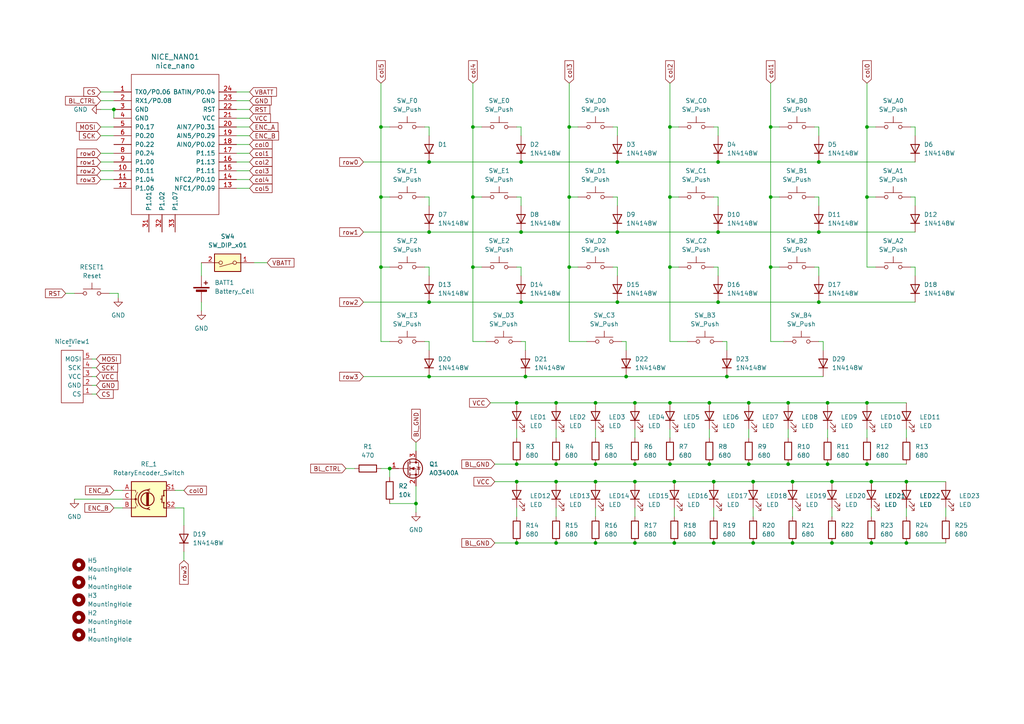
<source format=kicad_sch>
(kicad_sch (version 20230121) (generator eeschema)
  (paper "A4")
  (junction (at 241.3 139.7))
  (junction (at 194.31 116.84))
  (junction (at 184.15 134.62))
  (junction (at 124.46 67.31))
  (junction (at 181.61 109.22))
  (junction (at 151.13 87.63))
  (junction (at 161.29 157.48))
  (junction (at 124.46 87.63))
  (junction (at 184.15 139.7))
  (junction (at 110.49 77.47))
  (junction (at 237.49 87.63))
  (junction (at 252.73 139.7))
  (junction (at 237.49 67.31))
  (junction (at 237.49 46.99))
  (junction (at 217.17 116.84))
  (junction (at 194.31 134.62))
  (junction (at 210.82 109.22))
  (junction (at 149.86 139.7))
  (junction (at 240.03 134.62))
  (junction (at 195.58 139.7))
  (junction (at 165.1 77.47))
  (junction (at 205.74 134.62))
  (junction (at 217.17 134.62))
  (junction (at 184.15 116.84))
  (junction (at 124.46 46.99))
  (junction (at 113.03 135.89))
  (junction (at 207.01 139.7))
  (junction (at 172.72 116.84))
  (junction (at 149.86 157.48))
  (junction (at 262.89 157.48))
  (junction (at 179.07 46.99))
  (junction (at 251.46 116.84))
  (junction (at 223.52 57.15))
  (junction (at 194.31 57.15))
  (junction (at 228.6 134.62))
  (junction (at 251.46 134.62))
  (junction (at 223.52 36.83))
  (junction (at 241.3 157.48))
  (junction (at 179.07 87.63))
  (junction (at 262.89 139.7))
  (junction (at 165.1 57.15))
  (junction (at 251.46 36.83))
  (junction (at 240.03 116.84))
  (junction (at 149.86 134.62))
  (junction (at 184.15 157.48))
  (junction (at 161.29 116.84))
  (junction (at 207.01 157.48))
  (junction (at 252.73 157.48))
  (junction (at 120.65 146.05))
  (junction (at 218.44 157.48))
  (junction (at 208.28 46.99))
  (junction (at 165.1 36.83))
  (junction (at 137.16 57.15))
  (junction (at 179.07 67.31))
  (junction (at 137.16 36.83))
  (junction (at 195.58 157.48))
  (junction (at 124.46 109.22))
  (junction (at 151.13 46.99))
  (junction (at 251.46 57.15))
  (junction (at 33.02 31.75))
  (junction (at 161.29 134.62))
  (junction (at 205.74 116.84))
  (junction (at 149.86 116.84))
  (junction (at 218.44 139.7))
  (junction (at 194.31 36.83))
  (junction (at 151.13 67.31))
  (junction (at 137.16 77.47))
  (junction (at 223.52 77.47))
  (junction (at 110.49 36.83))
  (junction (at 208.28 67.31))
  (junction (at 110.49 57.15))
  (junction (at 152.4 109.22))
  (junction (at 172.72 139.7))
  (junction (at 229.87 157.48))
  (junction (at 208.28 87.63))
  (junction (at 228.6 116.84))
  (junction (at 194.31 77.47))
  (junction (at 172.72 157.48))
  (junction (at 172.72 134.62))
  (junction (at 229.87 139.7))
  (junction (at 161.29 139.7))
  (wire (pts (xy 251.46 116.84) (xy 262.89 116.84)))
  (wire (pts (xy 237.49 57.15) (xy 237.49 59.69)))
  (wire (pts (xy 73.66 76.2) (xy 77.47 76.2)))
  (wire (pts (xy 165.1 99.06) (xy 170.18 99.06)))
  (wire (pts (xy 194.31 36.83) (xy 196.85 36.83)))
  (wire (pts (xy 124.46 77.47) (xy 124.46 80.01)))
  (wire (pts (xy 143.51 139.7) (xy 149.86 139.7)))
  (wire (pts (xy 110.49 36.83) (xy 110.49 57.15)))
  (wire (pts (xy 228.6 116.84) (xy 240.03 116.84)))
  (wire (pts (xy 165.1 57.15) (xy 165.1 77.47)))
  (wire (pts (xy 240.03 134.62) (xy 251.46 134.62)))
  (wire (pts (xy 110.49 36.83) (xy 113.03 36.83)))
  (wire (pts (xy 252.73 157.48) (xy 262.89 157.48)))
  (wire (pts (xy 124.46 87.63) (xy 151.13 87.63)))
  (wire (pts (xy 29.21 39.37) (xy 33.02 39.37)))
  (wire (pts (xy 165.1 77.47) (xy 167.64 77.47)))
  (wire (pts (xy 205.74 116.84) (xy 217.17 116.84)))
  (wire (pts (xy 68.58 54.61) (xy 72.39 54.61)))
  (wire (pts (xy 68.58 52.07) (xy 72.39 52.07)))
  (wire (pts (xy 120.65 146.05) (xy 120.65 148.59)))
  (wire (pts (xy 236.22 36.83) (xy 237.49 36.83)))
  (wire (pts (xy 19.05 85.09) (xy 21.59 85.09)))
  (wire (pts (xy 21.59 144.78) (xy 35.56 144.78)))
  (wire (pts (xy 236.22 57.15) (xy 237.49 57.15)))
  (wire (pts (xy 33.02 31.75) (xy 33.02 34.29)))
  (wire (pts (xy 179.07 57.15) (xy 179.07 59.69)))
  (wire (pts (xy 120.65 128.27) (xy 120.65 130.81)))
  (wire (pts (xy 29.21 26.67) (xy 33.02 26.67)))
  (wire (pts (xy 68.58 36.83) (xy 72.39 36.83)))
  (wire (pts (xy 194.31 57.15) (xy 194.31 77.47)))
  (wire (pts (xy 152.4 99.06) (xy 152.4 101.6)))
  (wire (pts (xy 123.19 36.83) (xy 124.46 36.83)))
  (wire (pts (xy 229.87 157.48) (xy 241.3 157.48)))
  (wire (pts (xy 172.72 124.46) (xy 172.72 127)))
  (wire (pts (xy 265.43 36.83) (xy 265.43 39.37)))
  (wire (pts (xy 184.15 157.48) (xy 195.58 157.48)))
  (wire (pts (xy 143.51 157.48) (xy 149.86 157.48)))
  (wire (pts (xy 207.01 139.7) (xy 218.44 139.7)))
  (wire (pts (xy 142.24 116.84) (xy 149.86 116.84)))
  (wire (pts (xy 252.73 147.32) (xy 252.73 149.86)))
  (wire (pts (xy 50.8 147.32) (xy 53.34 147.32)))
  (wire (pts (xy 184.15 147.32) (xy 184.15 149.86)))
  (wire (pts (xy 208.28 46.99) (xy 237.49 46.99)))
  (wire (pts (xy 149.86 116.84) (xy 161.29 116.84)))
  (wire (pts (xy 262.89 139.7) (xy 274.32 139.7)))
  (wire (pts (xy 184.15 139.7) (xy 195.58 139.7)))
  (wire (pts (xy 195.58 139.7) (xy 207.01 139.7)))
  (wire (pts (xy 237.49 87.63) (xy 265.43 87.63)))
  (wire (pts (xy 161.29 147.32) (xy 161.29 149.86)))
  (wire (pts (xy 223.52 77.47) (xy 226.06 77.47)))
  (wire (pts (xy 68.58 49.53) (xy 72.39 49.53)))
  (wire (pts (xy 123.19 77.47) (xy 124.46 77.47)))
  (wire (pts (xy 110.49 77.47) (xy 113.03 77.47)))
  (wire (pts (xy 262.89 157.48) (xy 274.32 157.48)))
  (wire (pts (xy 184.15 124.46) (xy 184.15 127)))
  (wire (pts (xy 110.49 99.06) (xy 113.03 99.06)))
  (wire (pts (xy 229.87 139.7) (xy 241.3 139.7)))
  (wire (pts (xy 251.46 57.15) (xy 251.46 77.47)))
  (wire (pts (xy 53.34 147.32) (xy 53.34 152.4)))
  (wire (pts (xy 194.31 77.47) (xy 196.85 77.47)))
  (wire (pts (xy 194.31 116.84) (xy 205.74 116.84)))
  (wire (pts (xy 217.17 124.46) (xy 217.17 127)))
  (wire (pts (xy 262.89 147.32) (xy 262.89 149.86)))
  (wire (pts (xy 223.52 36.83) (xy 223.52 57.15)))
  (wire (pts (xy 165.1 36.83) (xy 167.64 36.83)))
  (wire (pts (xy 241.3 139.7) (xy 252.73 139.7)))
  (wire (pts (xy 151.13 36.83) (xy 151.13 39.37)))
  (wire (pts (xy 29.21 49.53) (xy 33.02 49.53)))
  (wire (pts (xy 161.29 134.62) (xy 172.72 134.62)))
  (wire (pts (xy 165.1 77.47) (xy 165.1 99.06)))
  (wire (pts (xy 137.16 57.15) (xy 137.16 77.47)))
  (wire (pts (xy 105.41 87.63) (xy 124.46 87.63)))
  (wire (pts (xy 237.49 36.83) (xy 237.49 39.37)))
  (wire (pts (xy 29.21 46.99) (xy 33.02 46.99)))
  (wire (pts (xy 262.89 124.46) (xy 262.89 127)))
  (wire (pts (xy 110.49 57.15) (xy 110.49 77.47)))
  (wire (pts (xy 26.67 114.3) (xy 27.94 114.3)))
  (wire (pts (xy 241.3 147.32) (xy 241.3 149.86)))
  (wire (pts (xy 210.82 99.06) (xy 210.82 101.6)))
  (wire (pts (xy 165.1 57.15) (xy 167.64 57.15)))
  (wire (pts (xy 149.86 124.46) (xy 149.86 127)))
  (wire (pts (xy 240.03 124.46) (xy 240.03 127)))
  (wire (pts (xy 177.8 36.83) (xy 179.07 36.83)))
  (wire (pts (xy 161.29 124.46) (xy 161.29 127)))
  (wire (pts (xy 123.19 99.06) (xy 124.46 99.06)))
  (wire (pts (xy 179.07 46.99) (xy 208.28 46.99)))
  (wire (pts (xy 223.52 99.06) (xy 227.33 99.06)))
  (wire (pts (xy 172.72 157.48) (xy 184.15 157.48)))
  (wire (pts (xy 33.02 147.32) (xy 35.56 147.32)))
  (wire (pts (xy 137.16 77.47) (xy 139.7 77.47)))
  (wire (pts (xy 26.67 106.68) (xy 27.94 106.68)))
  (wire (pts (xy 124.46 57.15) (xy 124.46 59.69)))
  (wire (pts (xy 165.1 36.83) (xy 165.1 57.15)))
  (wire (pts (xy 100.33 135.89) (xy 102.87 135.89)))
  (wire (pts (xy 149.86 77.47) (xy 151.13 77.47)))
  (wire (pts (xy 208.28 77.47) (xy 208.28 80.01)))
  (wire (pts (xy 172.72 139.7) (xy 184.15 139.7)))
  (wire (pts (xy 228.6 124.46) (xy 228.6 127)))
  (wire (pts (xy 207.01 36.83) (xy 208.28 36.83)))
  (wire (pts (xy 137.16 36.83) (xy 137.16 57.15)))
  (wire (pts (xy 68.58 29.21) (xy 72.39 29.21)))
  (wire (pts (xy 184.15 134.62) (xy 194.31 134.62)))
  (wire (pts (xy 124.46 46.99) (xy 151.13 46.99)))
  (wire (pts (xy 207.01 147.32) (xy 207.01 149.86)))
  (wire (pts (xy 50.8 142.24) (xy 53.34 142.24)))
  (wire (pts (xy 26.67 109.22) (xy 27.94 109.22)))
  (wire (pts (xy 137.16 77.47) (xy 137.16 99.06)))
  (wire (pts (xy 194.31 36.83) (xy 194.31 57.15)))
  (wire (pts (xy 238.76 99.06) (xy 238.76 101.6)))
  (wire (pts (xy 194.31 99.06) (xy 199.39 99.06)))
  (wire (pts (xy 208.28 67.31) (xy 237.49 67.31)))
  (wire (pts (xy 172.72 116.84) (xy 184.15 116.84)))
  (wire (pts (xy 68.58 26.67) (xy 72.39 26.67)))
  (wire (pts (xy 218.44 139.7) (xy 229.87 139.7)))
  (wire (pts (xy 124.46 99.06) (xy 124.46 101.6)))
  (wire (pts (xy 264.16 36.83) (xy 265.43 36.83)))
  (wire (pts (xy 194.31 77.47) (xy 194.31 99.06)))
  (wire (pts (xy 181.61 99.06) (xy 181.61 101.6)))
  (wire (pts (xy 184.15 116.84) (xy 194.31 116.84)))
  (wire (pts (xy 223.52 24.13) (xy 223.52 36.83)))
  (wire (pts (xy 251.46 77.47) (xy 254 77.47)))
  (wire (pts (xy 207.01 157.48) (xy 218.44 157.48)))
  (wire (pts (xy 123.19 57.15) (xy 124.46 57.15)))
  (wire (pts (xy 229.87 147.32) (xy 229.87 149.86)))
  (wire (pts (xy 208.28 36.83) (xy 208.28 39.37)))
  (wire (pts (xy 31.75 85.09) (xy 34.29 85.09)))
  (wire (pts (xy 223.52 77.47) (xy 223.52 99.06)))
  (wire (pts (xy 241.3 157.48) (xy 252.73 157.48)))
  (wire (pts (xy 240.03 116.84) (xy 251.46 116.84)))
  (wire (pts (xy 29.21 29.21) (xy 33.02 29.21)))
  (wire (pts (xy 194.31 24.13) (xy 194.31 36.83)))
  (wire (pts (xy 177.8 77.47) (xy 179.07 77.47)))
  (wire (pts (xy 251.46 36.83) (xy 251.46 57.15)))
  (wire (pts (xy 237.49 67.31) (xy 265.43 67.31)))
  (wire (pts (xy 110.49 135.89) (xy 113.03 135.89)))
  (wire (pts (xy 194.31 124.46) (xy 194.31 127)))
  (wire (pts (xy 149.86 36.83) (xy 151.13 36.83)))
  (wire (pts (xy 236.22 77.47) (xy 237.49 77.47)))
  (wire (pts (xy 137.16 36.83) (xy 139.7 36.83)))
  (wire (pts (xy 68.58 31.75) (xy 72.39 31.75)))
  (wire (pts (xy 251.46 24.13) (xy 251.46 36.83)))
  (wire (pts (xy 149.86 147.32) (xy 149.86 149.86)))
  (wire (pts (xy 207.01 57.15) (xy 208.28 57.15)))
  (wire (pts (xy 152.4 109.22) (xy 181.61 109.22)))
  (wire (pts (xy 217.17 134.62) (xy 228.6 134.62)))
  (wire (pts (xy 177.8 57.15) (xy 179.07 57.15)))
  (wire (pts (xy 29.21 52.07) (xy 33.02 52.07)))
  (wire (pts (xy 110.49 24.13) (xy 110.49 36.83)))
  (wire (pts (xy 34.29 85.09) (xy 34.29 86.36)))
  (wire (pts (xy 172.72 147.32) (xy 172.72 149.86)))
  (wire (pts (xy 105.41 46.99) (xy 124.46 46.99)))
  (wire (pts (xy 181.61 109.22) (xy 210.82 109.22)))
  (wire (pts (xy 105.41 67.31) (xy 124.46 67.31)))
  (wire (pts (xy 105.41 109.22) (xy 124.46 109.22)))
  (wire (pts (xy 172.72 134.62) (xy 184.15 134.62)))
  (wire (pts (xy 251.46 36.83) (xy 254 36.83)))
  (wire (pts (xy 137.16 24.13) (xy 137.16 36.83)))
  (wire (pts (xy 151.13 57.15) (xy 151.13 59.69)))
  (wire (pts (xy 179.07 77.47) (xy 179.07 80.01)))
  (wire (pts (xy 53.34 160.02) (xy 53.34 162.56)))
  (wire (pts (xy 205.74 124.46) (xy 205.74 127)))
  (wire (pts (xy 237.49 99.06) (xy 238.76 99.06)))
  (wire (pts (xy 223.52 57.15) (xy 223.52 77.47)))
  (wire (pts (xy 252.73 139.7) (xy 262.89 139.7)))
  (wire (pts (xy 194.31 134.62) (xy 205.74 134.62)))
  (wire (pts (xy 58.42 76.2) (xy 58.42 80.01)))
  (wire (pts (xy 179.07 36.83) (xy 179.07 39.37)))
  (wire (pts (xy 179.07 67.31) (xy 208.28 67.31)))
  (wire (pts (xy 29.21 44.45) (xy 33.02 44.45)))
  (wire (pts (xy 113.03 135.89) (xy 113.03 138.43)))
  (wire (pts (xy 137.16 99.06) (xy 140.97 99.06)))
  (wire (pts (xy 124.46 109.22) (xy 152.4 109.22)))
  (wire (pts (xy 124.46 67.31) (xy 151.13 67.31)))
  (wire (pts (xy 68.58 39.37) (xy 72.39 39.37)))
  (wire (pts (xy 110.49 77.47) (xy 110.49 99.06)))
  (wire (pts (xy 151.13 77.47) (xy 151.13 80.01)))
  (wire (pts (xy 68.58 46.99) (xy 72.39 46.99)))
  (wire (pts (xy 218.44 147.32) (xy 218.44 149.86)))
  (wire (pts (xy 137.16 57.15) (xy 139.7 57.15)))
  (wire (pts (xy 180.34 99.06) (xy 181.61 99.06)))
  (wire (pts (xy 237.49 77.47) (xy 237.49 80.01)))
  (wire (pts (xy 33.02 142.24) (xy 35.56 142.24)))
  (wire (pts (xy 251.46 57.15) (xy 254 57.15)))
  (wire (pts (xy 223.52 36.83) (xy 226.06 36.83)))
  (wire (pts (xy 143.51 134.62) (xy 149.86 134.62)))
  (wire (pts (xy 149.86 134.62) (xy 161.29 134.62)))
  (wire (pts (xy 151.13 67.31) (xy 179.07 67.31)))
  (wire (pts (xy 161.29 139.7) (xy 172.72 139.7)))
  (wire (pts (xy 251.46 124.46) (xy 251.46 127)))
  (wire (pts (xy 264.16 57.15) (xy 265.43 57.15)))
  (wire (pts (xy 151.13 46.99) (xy 179.07 46.99)))
  (wire (pts (xy 68.58 44.45) (xy 72.39 44.45)))
  (wire (pts (xy 29.21 31.75) (xy 33.02 31.75)))
  (wire (pts (xy 58.42 87.63) (xy 58.42 90.17)))
  (wire (pts (xy 149.86 157.48) (xy 161.29 157.48)))
  (wire (pts (xy 26.67 111.76) (xy 27.94 111.76)))
  (wire (pts (xy 210.82 109.22) (xy 238.76 109.22)))
  (wire (pts (xy 274.32 147.32) (xy 274.32 149.86)))
  (wire (pts (xy 120.65 140.97) (xy 120.65 146.05)))
  (wire (pts (xy 161.29 157.48) (xy 172.72 157.48)))
  (wire (pts (xy 264.16 77.47) (xy 265.43 77.47)))
  (wire (pts (xy 265.43 77.47) (xy 265.43 80.01)))
  (wire (pts (xy 149.86 139.7) (xy 161.29 139.7)))
  (wire (pts (xy 113.03 146.05) (xy 120.65 146.05)))
  (wire (pts (xy 195.58 157.48) (xy 207.01 157.48)))
  (wire (pts (xy 194.31 57.15) (xy 196.85 57.15)))
  (wire (pts (xy 223.52 57.15) (xy 226.06 57.15)))
  (wire (pts (xy 110.49 57.15) (xy 113.03 57.15)))
  (wire (pts (xy 217.17 116.84) (xy 228.6 116.84)))
  (wire (pts (xy 26.67 104.14) (xy 27.94 104.14)))
  (wire (pts (xy 209.55 99.06) (xy 210.82 99.06)))
  (wire (pts (xy 208.28 57.15) (xy 208.28 59.69)))
  (wire (pts (xy 179.07 87.63) (xy 208.28 87.63)))
  (wire (pts (xy 151.13 99.06) (xy 152.4 99.06)))
  (wire (pts (xy 207.01 77.47) (xy 208.28 77.47)))
  (wire (pts (xy 151.13 87.63) (xy 179.07 87.63)))
  (wire (pts (xy 165.1 24.13) (xy 165.1 36.83)))
  (wire (pts (xy 237.49 46.99) (xy 265.43 46.99)))
  (wire (pts (xy 195.58 147.32) (xy 195.58 149.86)))
  (wire (pts (xy 218.44 157.48) (xy 229.87 157.48)))
  (wire (pts (xy 228.6 134.62) (xy 240.03 134.62)))
  (wire (pts (xy 205.74 134.62) (xy 217.17 134.62)))
  (wire (pts (xy 124.46 36.83) (xy 124.46 39.37)))
  (wire (pts (xy 265.43 57.15) (xy 265.43 59.69)))
  (wire (pts (xy 208.28 87.63) (xy 237.49 87.63)))
  (wire (pts (xy 161.29 116.84) (xy 172.72 116.84)))
  (wire (pts (xy 251.46 134.62) (xy 262.89 134.62)))
  (wire (pts (xy 149.86 57.15) (xy 151.13 57.15)))
  (wire (pts (xy 68.58 41.91) (xy 72.39 41.91)))
  (wire (pts (xy 68.58 34.29) (xy 72.39 34.29)))
  (wire (pts (xy 29.21 36.83) (xy 33.02 36.83)))
  (global_label "VCC" (shape input) (at 142.24 116.84 180) (property "Intersheetrefs" "${INTERSHEET_REFS}" (effects hide)))
  (global_label "BL_CTRL" (shape input) (at 100.33 135.89 180) (property "Intersheetrefs" "${INTERSHEET_REFS}" (effects hide)))
  (global_label "row2" (shape input) (at 105.41 87.63 180) (property "Intersheetrefs" "${INTERSHEET_REFS}" (effects hide)))
  (global_label "MOSI" (shape input) (at 29.21 36.83 180) (property "Intersheetrefs" "${INTERSHEET_REFS}" (effects hide)))
  (global_label "ENC_A" (shape input) (at 72.39 36.83 0) (property "Intersheetrefs" "${INTERSHEET_REFS}" (effects hide)))
  (global_label "col0" (shape input) (at 53.34 142.24 0) (property "Intersheetrefs" "${INTERSHEET_REFS}" (effects hide)))
  (global_label "VCC" (shape input) (at 27.94 109.22 0) (property "Intersheetrefs" "${INTERSHEET_REFS}" (effects hide)))
  (global_label "BL_GND" (shape input) (at 143.51 157.48 180) (property "Intersheetrefs" "${INTERSHEET_REFS}" (effects hide)))
  (global_label "RST" (shape input) (at 72.39 31.75 0) (property "Intersheetrefs" "${INTERSHEET_REFS}" (effects hide)))
  (global_label "row3" (shape input) (at 105.41 109.22 180) (property "Intersheetrefs" "${INTERSHEET_REFS}" (effects hide)))
  (global_label "row3" (shape input) (at 53.34 162.56 270) (property "Intersheetrefs" "${INTERSHEET_REFS}" (effects hide)))
  (global_label "CS" (shape input) (at 27.94 114.3 0) (property "Intersheetrefs" "${INTERSHEET_REFS}" (effects hide)))
  (global_label "col3" (shape input) (at 165.1 24.13 90) (property "Intersheetrefs" "${INTERSHEET_REFS}" (effects hide)))
  (global_label "col5" (shape input) (at 72.39 54.61 0) (property "Intersheetrefs" "${INTERSHEET_REFS}" (effects hide)))
  (global_label "col2" (shape input) (at 72.39 46.99 0) (property "Intersheetrefs" "${INTERSHEET_REFS}" (effects hide)))
  (global_label "col1" (shape input) (at 72.39 44.45 0) (property "Intersheetrefs" "${INTERSHEET_REFS}" (effects hide)))
  (global_label "col1" (shape input) (at 223.52 24.13 90) (property "Intersheetrefs" "${INTERSHEET_REFS}" (effects hide)))
  (global_label "BL_GND" (shape input) (at 143.51 134.62 180) (property "Intersheetrefs" "${INTERSHEET_REFS}" (effects hide)))
  (global_label "BL_GND" (shape input) (at 120.65 128.27 90) (property "Intersheetrefs" "${INTERSHEET_REFS}" (effects hide)))
  (global_label "VCC" (shape input) (at 72.39 34.29 0) (property "Intersheetrefs" "${INTERSHEET_REFS}" (effects hide)))
  (global_label "GND" (shape input) (at 27.94 111.76 0) (property "Intersheetrefs" "${INTERSHEET_REFS}" (effects hide)))
  (global_label "ENC_A" (shape input) (at 33.02 142.24 180) (property "Intersheetrefs" "${INTERSHEET_REFS}" (effects hide)))
  (global_label "col0" (shape input) (at 251.46 24.13 90) (property "Intersheetrefs" "${INTERSHEET_REFS}" (effects hide)))
  (global_label "VBATT" (shape input) (at 77.47 76.2 0) (property "Intersheetrefs" "${INTERSHEET_REFS}" (effects hide)))
  (global_label "GND" (shape input) (at 72.39 29.21 0) (property "Intersheetrefs" "${INTERSHEET_REFS}" (effects hide)))
  (global_label "SCK" (shape input) (at 29.21 39.37 180) (property "Intersheetrefs" "${INTERSHEET_REFS}" (effects hide)))
  (global_label "row0" (shape input) (at 29.21 44.45 180) (property "Intersheetrefs" "${INTERSHEET_REFS}" (effects hide)))
  (global_label "col4" (shape input) (at 137.16 24.13 90) (property "Intersheetrefs" "${INTERSHEET_REFS}" (effects hide)))
  (global_label "VCC" (shape input) (at 143.51 139.7 180) (property "Intersheetrefs" "${INTERSHEET_REFS}" (effects hide)))
  (global_label "RST" (shape input) (at 19.05 85.09 180) (property "Intersheetrefs" "${INTERSHEET_REFS}" (effects hide)))
  (global_label "row1" (shape input) (at 29.21 46.99 180) (property "Intersheetrefs" "${INTERSHEET_REFS}" (effects hide)))
  (global_label "BL_CTRL" (shape input) (at 29.21 29.21 180) (property "Intersheetrefs" "${INTERSHEET_REFS}" (effects hide)))
  (global_label "SCK" (shape input) (at 27.94 106.68 0) (property "Intersheetrefs" "${INTERSHEET_REFS}" (effects hide)))
  (global_label "col4" (shape input) (at 72.39 52.07 0) (property "Intersheetrefs" "${INTERSHEET_REFS}" (effects hide)))
  (global_label "row2" (shape input) (at 29.21 49.53 180) (property "Intersheetrefs" "${INTERSHEET_REFS}" (effects hide)))
  (global_label "row0" (shape input) (at 105.41 46.99 180) (property "Intersheetrefs" "${INTERSHEET_REFS}" (effects hide)))
  (global_label "ENC_B" (shape input) (at 72.39 39.37 0) (property "Intersheetrefs" "${INTERSHEET_REFS}" (effects hide)))
  (global_label "col3" (shape input) (at 72.39 49.53 0) (property "Intersheetrefs" "${INTERSHEET_REFS}" (effects hide)))
  (global_label "VBATT" (shape input) (at 72.39 26.67 0) (property "Intersheetrefs" "${INTERSHEET_REFS}" (effects hide)))
  (global_label "MOSI" (shape input) (at 27.94 104.14 0) (property "Intersheetrefs" "${INTERSHEET_REFS}" (effects hide)))
  (global_label "col5" (shape input) (at 110.49 24.13 90) (property "Intersheetrefs" "${INTERSHEET_REFS}" (effects hide)))
  (global_label "ENC_B" (shape input) (at 33.02 147.32 180) (property "Intersheetrefs" "${INTERSHEET_REFS}" (effects hide)))
  (global_label "row1" (shape input) (at 105.41 67.31 180) (property "Intersheetrefs" "${INTERSHEET_REFS}" (effects hide)))
  (global_label "row3" (shape input) (at 29.21 52.07 180) (property "Intersheetrefs" "${INTERSHEET_REFS}" (effects hide)))
  (global_label "col0" (shape input) (at 72.39 41.91 0) (property "Intersheetrefs" "${INTERSHEET_REFS}" (effects hide)))
  (global_label "col2" (shape input) (at 194.31 24.13 90) (property "Intersheetrefs" "${INTERSHEET_REFS}" (effects hide)))
  (global_label "CS" (shape input) (at 29.21 26.67 180) (property "Intersheetrefs" "${INTERSHEET_REFS}" (effects hide)))
  (symbol (lib_id "RolioSymbols:PG1350_Socket") (at 231.14 36.83 0) (unit 1)
    (property "Reference" "SW_B0" (at 231.14 29.21 0))
    (property "Value" "SW_Push" (at 231.14 31.75 0))
    (property "Footprint" "RolioSymbols:Kailh_socket_PG1350" (effects hide))
  )
  (symbol (lib_id "Diode:1N4148W") (at 124.46 63.5 90) (unit 1)
    (property "Reference" "D7" (at 127 62.23 90) (effects (justify right)))
    (property "Value" "1N4148W" (at 127 64.77 90) (effects (justify right)))
    (property "Footprint" "Diode_SMD:D_SOD-123" (effects hide))
    (property "Datasheet" "https://www.vishay.com/docs/85748/1n4148w.pdf" (effects hide))
    (property "Sim.Device" "D" (effects hide))
    (property "Sim.Pins" "1=K 2=A" (effects hide))
  )
  (symbol (lib_id "Device:LED") (at 149.86 120.65 90) (unit 1)
    (property "Reference" "LED1" (at 153.67 120.9675 90) (effects (justify right)))
    (property "Value" "LED" (at 153.67 123.5075 90) (effects (justify right)))
    (property "Footprint" "LED_SMD:LED_0805_2012Metric" (effects hide))
  )
  (symbol (lib_id "Device:R") (at 161.29 130.81 180) (unit 1)
    (property "Reference" "R4" (at 163.83 129.54 0) (effects (justify right)))
    (property "Value" "680" (at 163.83 132.08 0) (effects (justify right)))
    (property "Footprint" "Resistor_SMD:R_0805_2012Metric" (effects hide))
  )
  (symbol (lib_id "Diode:1N4148W") (at 181.61 105.41 90) (unit 1)
    (property "Reference" "D22" (at 184.15 104.14 90) (effects (justify right)))
    (property "Value" "1N4148W" (at 184.15 106.68 90) (effects (justify right)))
    (property "Footprint" "Diode_SMD:D_SOD-123" (effects hide))
    (property "Datasheet" "https://www.vishay.com/docs/85748/1n4148w.pdf" (effects hide))
    (property "Sim.Device" "D" (effects hide))
    (property "Sim.Pins" "1=K 2=A" (effects hide))
  )
  (symbol (lib_id "RolioSymbols:PG1350_Socket") (at 204.47 99.06 0) (unit 1)
    (property "Reference" "SW_B3" (at 204.47 91.44 0))
    (property "Value" "SW_Push" (at 204.47 93.98 0))
    (property "Footprint" "RolioSymbols:Kailh_socket_PG1350" (effects hide))
  )
  (symbol (lib_id "Device:R") (at 217.17 130.81 180) (unit 1)
    (property "Reference" "R9" (at 219.71 129.54 0) (effects (justify right)))
    (property "Value" "680" (at 219.71 132.08 0) (effects (justify right)))
    (property "Footprint" "Resistor_SMD:R_0805_2012Metric" (effects hide))
  )
  (symbol (lib_id "Device:R") (at 106.68 135.89 90) (unit 1)
    (property "Reference" "R1" (at 106.68 129.54 90))
    (property "Value" "470" (at 106.68 132.08 90))
    (property "Footprint" "Resistor_SMD:R_0805_2012Metric" (effects hide))
  )
  (symbol (lib_id "Switch:SW_Push") (at 26.67 85.09 0) (unit 1)
    (property "Reference" "RESET1" (at 26.67 77.47 0))
    (property "Value" "Reset" (at 26.67 80.01 0))
    (property "Footprint" "Button_Switch_SMD:SW_Tactile_SPST_NO_Straight_CK_PTS636Sx25SMTRLFS" (effects hide))
  )
  (symbol (lib_id "Diode:1N4148W") (at 152.4 105.41 90) (unit 1)
    (property "Reference" "D21" (at 154.94 104.14 90) (effects (justify right)))
    (property "Value" "1N4148W" (at 154.94 106.68 90) (effects (justify right)))
    (property "Footprint" "Diode_SMD:D_SOD-123" (effects hide))
    (property "Datasheet" "https://www.vishay.com/docs/85748/1n4148w.pdf" (effects hide))
    (property "Sim.Device" "D" (effects hide))
    (property "Sim.Pins" "1=K 2=A" (effects hide))
  )
  (symbol (lib_id "Device:R") (at 241.3 153.67 180) (unit 1)
    (property "Reference" "R22" (at 243.84 152.4 0) (effects (justify right)))
    (property "Value" "680" (at 243.84 154.94 0) (effects (justify right)))
    (property "Footprint" "Resistor_SMD:R_0805_2012Metric" (effects hide))
  )
  (symbol (lib_id "Diode:1N4148W") (at 238.76 105.41 90) (unit 1)
    (property "Reference" "D29" (at 241.3 104.14 90) (effects (justify right)))
    (property "Value" "1N4148W" (at 241.3 106.68 90) (effects (justify right)))
    (property "Footprint" "Diode_SMD:D_SOD-123" (effects hide))
    (property "Datasheet" "https://www.vishay.com/docs/85748/1n4148w.pdf" (effects hide))
    (property "Sim.Device" "D" (effects hide))
    (property "Sim.Pins" "1=K 2=A" (effects hide))
  )
  (symbol (lib_id "Device:LED") (at 274.32 143.51 90) (unit 1)
    (property "Reference" "LED23" (at 278.13 143.8275 90) (effects (justify right)))
    (property "Value" "LED" (at 278.13 146.3675 90) (effects (justify right)))
    (property "Footprint" "LED_SMD:LED_0805_2012Metric" (effects hide))
  )
  (symbol (lib_id "power:GND") (at 120.65 148.59 0) (unit 1)
    (property "Reference" "#PWR03" (effects hide))
    (property "Value" "GND" (at 120.65 153.67 0))
  )
  (symbol (lib_id "Diode:1N4148W") (at 210.82 105.41 90) (unit 1)
    (property "Reference" "D23" (at 213.36 104.14 90) (effects (justify right)))
    (property "Value" "1N4148W" (at 213.36 106.68 90) (effects (justify right)))
    (property "Footprint" "Diode_SMD:D_SOD-123" (effects hide))
    (property "Datasheet" "https://www.vishay.com/docs/85748/1n4148w.pdf" (effects hide))
    (property "Sim.Device" "D" (effects hide))
    (property "Sim.Pins" "1=K 2=A" (effects hide))
  )
  (symbol (lib_id "NiceView:NiceView") (at 21.59 109.22 0) (unit 1)
    (property "Reference" "Nice!View1" (at 20.955 99.06 0))
    (property "Value" "~" (at 20.32 100.33 0))
    (property "Footprint" "Connector_PinHeader_2.54mm:PinHeader_1x05_P2.54mm_Vertical" (effects hide))
  )
  (symbol (lib_id "RolioSymbols:PG1350_Socket") (at 259.08 77.47 0) (unit 1)
    (property "Reference" "SW_A2" (at 259.08 69.85 0))
    (property "Value" "SW_Push" (at 259.08 72.39 0))
    (property "Footprint" "RolioSymbols:Kailh_socket_PG1350" (effects hide))
  )
  (symbol (lib_id "Device:R") (at 207.01 153.67 180) (unit 1)
    (property "Reference" "R19" (at 209.55 152.4 0) (effects (justify right)))
    (property "Value" "680" (at 209.55 154.94 0) (effects (justify right)))
    (property "Footprint" "Resistor_SMD:R_0805_2012Metric" (effects hide))
  )
  (symbol (lib_id "Device:R") (at 251.46 130.81 180) (unit 1)
    (property "Reference" "R12" (at 254 129.54 0) (effects (justify right)))
    (property "Value" "680" (at 254 132.08 0) (effects (justify right)))
    (property "Footprint" "Resistor_SMD:R_0805_2012Metric" (effects hide))
  )
  (symbol (lib_id "RolioSymbols:PG1350_Socket") (at 118.11 57.15 0) (unit 1)
    (property "Reference" "SW_F1" (at 118.11 49.53 0))
    (property "Value" "SW_Push" (at 118.11 52.07 0))
    (property "Footprint" "RolioSymbols:Kailh_socket_PG1350" (effects hide))
  )
  (symbol (lib_id "RolioSymbols:PG1350_Socket") (at 172.72 77.47 0) (unit 1)
    (property "Reference" "SW_D2" (at 172.72 69.85 0))
    (property "Value" "SW_Push" (at 172.72 72.39 0))
    (property "Footprint" "RolioSymbols:Kailh_socket_PG1350" (effects hide))
  )
  (symbol (lib_id "Device:R") (at 172.72 153.67 180) (unit 1)
    (property "Reference" "R16" (at 175.26 152.4 0) (effects (justify right)))
    (property "Value" "680" (at 175.26 154.94 0) (effects (justify right)))
    (property "Footprint" "Resistor_SMD:R_0805_2012Metric" (effects hide))
  )
  (symbol (lib_id "Device:R") (at 252.73 153.67 180) (unit 1)
    (property "Reference" "R23" (at 255.27 152.4 0) (effects (justify right)))
    (property "Value" "680" (at 255.27 154.94 0) (effects (justify right)))
    (property "Footprint" "Resistor_SMD:R_0805_2012Metric" (effects hide))
  )
  (symbol (lib_id "Device:R") (at 262.89 130.81 180) (unit 1)
    (property "Reference" "R13" (at 265.43 129.54 0) (effects (justify right)))
    (property "Value" "680" (at 265.43 132.08 0) (effects (justify right)))
    (property "Footprint" "Resistor_SMD:R_0805_2012Metric" (effects hide))
  )
  (symbol (lib_id "Device:R") (at 194.31 130.81 180) (unit 1)
    (property "Reference" "R7" (at 196.85 129.54 0) (effects (justify right)))
    (property "Value" "680" (at 196.85 132.08 0) (effects (justify right)))
    (property "Footprint" "Resistor_SMD:R_0805_2012Metric" (effects hide))
  )
  (symbol (lib_id "Diode:1N4148W") (at 124.46 43.18 90) (unit 1)
    (property "Reference" "D1" (at 127 41.91 90) (effects (justify right)))
    (property "Value" "1N4148W" (effects hide))
    (property "Footprint" "Diode_SMD:D_SOD-123" (effects hide))
    (property "Datasheet" "https://www.vishay.com/docs/85748/1n4148w.pdf" (effects hide))
    (property "Sim.Device" "D" (effects hide))
    (property "Sim.Pins" "1=K 2=A" (effects hide))
  )
  (symbol (lib_id "Mechanical:MountingHole") (at 22.86 173.99 0) (unit 1)
    (property "Reference" "H3" (at 25.4 172.72 0) (effects (justify left)))
    (property "Value" "MountingHole" (at 25.4 175.26 0) (effects (justify left)))
    (property "Footprint" "MountingHole:MountingHole_4.3mm_M4" (effects hide))
  )
  (symbol (lib_id "Mechanical:MountingHole") (at 22.86 179.07 0) (unit 1)
    (property "Reference" "H2" (at 25.4 177.8 0) (effects (justify left)))
    (property "Value" "MountingHole" (at 25.4 180.34 0) (effects (justify left)))
    (property "Footprint" "MountingHole:MountingHole_4.3mm_M4" (effects hide))
  )
  (symbol (lib_id "Diode:1N4148W") (at 179.07 63.5 90) (unit 1)
    (property "Reference" "D9" (at 181.61 62.23 90) (effects (justify right)))
    (property "Value" "1N4148W" (at 181.61 64.77 90) (effects (justify right)))
    (property "Footprint" "Diode_SMD:D_SOD-123" (effects hide))
    (property "Datasheet" "https://www.vishay.com/docs/85748/1n4148w.pdf" (effects hide))
    (property "Sim.Device" "D" (effects hide))
    (property "Sim.Pins" "1=K 2=A" (effects hide))
  )
  (symbol (lib_id "Device:LED") (at 161.29 143.51 90) (unit 1)
    (property "Reference" "LED13" (at 165.1 143.8275 90) (effects (justify right)))
    (property "Value" "LED" (at 165.1 146.3675 90) (effects (justify right)))
    (property "Footprint" "LED_SMD:LED_0805_2012Metric" (effects hide))
  )
  (symbol (lib_id "Diode:1N4148W") (at 208.28 43.18 90) (unit 1)
    (property "Reference" "D4" (at 210.82 41.91 90) (effects (justify right)))
    (property "Value" "1N4148W" (at 210.82 44.45 90) (effects (justify right)))
    (property "Footprint" "Diode_SMD:D_SOD-123" (effects hide))
    (property "Datasheet" "https://www.vishay.com/docs/85748/1n4148w.pdf" (effects hide))
    (property "Sim.Device" "D" (effects hide))
    (property "Sim.Pins" "1=K 2=A" (effects hide))
  )
  (symbol (lib_id "Diode:1N4148W") (at 151.13 43.18 90) (unit 1)
    (property "Reference" "D2" (at 153.67 41.91 90) (effects (justify right)))
    (property "Value" "1N4148W" (at 153.67 44.45 90) (effects (justify right)))
    (property "Footprint" "Diode_SMD:D_SOD-123" (effects hide))
    (property "Datasheet" "https://www.vishay.com/docs/85748/1n4148w.pdf" (effects hide))
    (property "Sim.Device" "D" (effects hide))
    (property "Sim.Pins" "1=K 2=A" (effects hide))
  )
  (symbol (lib_id "Device:R") (at 218.44 153.67 180) (unit 1)
    (property "Reference" "R20" (at 220.98 152.4 0) (effects (justify right)))
    (property "Value" "680" (at 220.98 154.94 0) (effects (justify right)))
    (property "Footprint" "Resistor_SMD:R_0805_2012Metric" (effects hide))
  )
  (symbol (lib_id "Device:LED") (at 228.6 120.65 90) (unit 1)
    (property "Reference" "LED8" (at 232.41 120.9675 90) (effects (justify right)))
    (property "Value" "LED" (at 232.41 123.5075 90) (effects (justify right)))
    (property "Footprint" "LED_SMD:LED_0805_2012Metric" (effects hide))
  )
  (symbol (lib_id "Diode:1N4148W") (at 179.07 43.18 90) (unit 1)
    (property "Reference" "D3" (at 181.61 41.91 90) (effects (justify right)))
    (property "Value" "1N4148W" (at 181.61 44.45 90) (effects (justify right)))
    (property "Footprint" "Diode_SMD:D_SOD-123" (effects hide))
    (property "Datasheet" "https://www.vishay.com/docs/85748/1n4148w.pdf" (effects hide))
    (property "Sim.Device" "D" (effects hide))
    (property "Sim.Pins" "1=K 2=A" (effects hide))
  )
  (symbol (lib_id "RolioSymbols:PG1350_Socket") (at 144.78 77.47 0) (unit 1)
    (property "Reference" "SW_E2" (at 144.78 69.85 0))
    (property "Value" "SW_Push" (at 144.78 72.39 0))
    (property "Footprint" "RolioSymbols:Kailh_socket_PG1350" (effects hide))
  )
  (symbol (lib_id "RolioSymbols:PG1350_Socket") (at 201.93 57.15 0) (unit 1)
    (property "Reference" "SW_C1" (at 201.93 49.53 0))
    (property "Value" "SW_Push" (at 201.93 52.07 0))
    (property "Footprint" "RolioSymbols:Kailh_socket_PG1350" (effects hide))
  )
  (symbol (lib_id "Diode:1N4148W") (at 151.13 83.82 90) (unit 1)
    (property "Reference" "D14" (at 153.67 82.55 90) (effects (justify right)))
    (property "Value" "1N4148W" (at 153.67 85.09 90) (effects (justify right)))
    (property "Footprint" "Diode_SMD:D_SOD-123" (effects hide))
    (property "Datasheet" "https://www.vishay.com/docs/85748/1n4148w.pdf" (effects hide))
    (property "Sim.Device" "D" (effects hide))
    (property "Sim.Pins" "1=K 2=A" (effects hide))
  )
  (symbol (lib_id "Switch:SW_DIP_x01") (at 66.04 76.2 180) (unit 1)
    (property "Reference" "SW4" (at 66.04 68.58 0))
    (property "Value" "SW_DIP_x01" (at 66.04 71.12 0))
    (property "Footprint" "Button_Switch_SMD:SW_SPDT_PCM12" (effects hide))
  )
  (symbol (lib_id "power:GND") (at 29.21 31.75 270) (unit 1)
    (property "Reference" "#PWR05" (effects hide))
    (property "Value" "GND" (at 25.4 31.75 90) (effects (justify right)))
  )
  (symbol (lib_id "RolioSymbols:PG1350_Socket") (at 118.11 77.47 0) (unit 1)
    (property "Reference" "SW_F2" (at 118.11 69.85 0))
    (property "Value" "SW_Push" (at 118.11 72.39 0))
    (property "Footprint" "RolioSymbols:Kailh_socket_PG1350" (effects hide))
  )
  (symbol (lib_id "Device:R") (at 262.89 153.67 180) (unit 1)
    (property "Reference" "R24" (at 265.43 152.4 0) (effects (justify right)))
    (property "Value" "680" (at 265.43 154.94 0) (effects (justify right)))
    (property "Footprint" "Resistor_SMD:R_0805_2012Metric" (effects hide))
  )
  (symbol (lib_id "Device:R") (at 149.86 130.81 180) (unit 1)
    (property "Reference" "R3" (at 152.4 129.54 0) (effects (justify right)))
    (property "Value" "680" (at 152.4 132.08 0) (effects (justify right)))
    (property "Footprint" "Resistor_SMD:R_0805_2012Metric" (effects hide))
  )
  (symbol (lib_id "Device:LED") (at 184.15 120.65 90) (unit 1)
    (property "Reference" "LED4" (at 187.96 120.9675 90) (effects (justify right)))
    (property "Value" "LED" (at 187.96 123.5075 90) (effects (justify right)))
    (property "Footprint" "LED_SMD:LED_0805_2012Metric" (effects hide))
  )
  (symbol (lib_id "Device:R") (at 229.87 153.67 180) (unit 1)
    (property "Reference" "R21" (at 232.41 152.4 0) (effects (justify right)))
    (property "Value" "680" (at 232.41 154.94 0) (effects (justify right)))
    (property "Footprint" "Resistor_SMD:R_0805_2012Metric" (effects hide))
  )
  (symbol (lib_id "RolioSymbols:PG1350_Socket") (at 144.78 36.83 0) (unit 1)
    (property "Reference" "SW_E0" (at 144.78 29.21 0))
    (property "Value" "SW_Push" (at 144.78 31.75 0))
    (property "Footprint" "RolioSymbols:Kailh_socket_PG1350" (effects hide))
  )
  (symbol (lib_id "Device:LED") (at 194.31 120.65 90) (unit 1)
    (property "Reference" "LED5" (at 198.12 120.9675 90) (effects (justify right)))
    (property "Value" "LED" (at 198.12 123.5075 90) (effects (justify right)))
    (property "Footprint" "LED_SMD:LED_0805_2012Metric" (effects hide))
  )
  (symbol (lib_id "Device:R") (at 184.15 130.81 180) (unit 1)
    (property "Reference" "R6" (at 186.69 129.54 0) (effects (justify right)))
    (property "Value" "680" (at 186.69 132.08 0) (effects (justify right)))
    (property "Footprint" "Resistor_SMD:R_0805_2012Metric" (effects hide))
  )
  (symbol (lib_id "RolioSymbols:PG1350_Socket") (at 172.72 57.15 0) (unit 1)
    (property "Reference" "SW_D1" (at 172.72 49.53 0))
    (property "Value" "SW_Push" (at 172.72 52.07 0))
    (property "Footprint" "RolioSymbols:Kailh_socket_PG1350" (effects hide))
  )
  (symbol (lib_id "Device:LED") (at 241.3 143.51 90) (unit 1)
    (property "Reference" "LED20" (at 245.11 143.8275 90) (effects (justify right)))
    (property "Value" "LED" (at 245.11 146.3675 90) (effects (justify right)))
    (property "Footprint" "LED_SMD:LED_0805_2012Metric" (effects hide))
  )
  (symbol (lib_id "RolioSymbols:PG1350_Socket") (at 144.78 57.15 0) (unit 1)
    (property "Reference" "SW_E1" (at 144.78 49.53 0))
    (property "Value" "SW_Push" (at 144.78 52.07 0))
    (property "Footprint" "RolioSymbols:Kailh_socket_PG1350" (effects hide))
  )
  (symbol (lib_id "Device:LED") (at 229.87 143.51 90) (unit 1)
    (property "Reference" "LED19" (at 233.68 143.8275 90) (effects (justify right)))
    (property "Value" "LED" (at 233.68 146.3675 90) (effects (justify right)))
    (property "Footprint" "LED_SMD:LED_0805_2012Metric" (effects hide))
  )
  (symbol (lib_id "Diode:1N4148W") (at 237.49 63.5 90) (unit 1)
    (property "Reference" "D11" (at 240.03 62.23 90) (effects (justify right)))
    (property "Value" "1N4148W" (at 240.03 64.77 90) (effects (justify right)))
    (property "Footprint" "Diode_SMD:D_SOD-123" (effects hide))
    (property "Datasheet" "https://www.vishay.com/docs/85748/1n4148w.pdf" (effects hide))
    (property "Sim.Device" "D" (effects hide))
    (property "Sim.Pins" "1=K 2=A" (effects hide))
  )
  (symbol (lib_id "RolioSymbols:PG1350_Socket") (at 172.72 36.83 0) (unit 1)
    (property "Reference" "SW_D0" (at 172.72 29.21 0))
    (property "Value" "SW_Push" (at 172.72 31.75 0))
    (property "Footprint" "RolioSymbols:Kailh_socket_PG1350" (effects hide))
  )
  (symbol (lib_id "RolioSymbols:PG1350_Socket") (at 146.05 99.06 0) (unit 1)
    (property "Reference" "SW_D3" (at 146.05 91.44 0))
    (property "Value" "SW_Push" (at 146.05 93.98 0))
    (property "Footprint" "RolioSymbols:Kailh_socket_PG1350" (effects hide))
  )
  (symbol (lib_id "Diode:1N4148W") (at 265.43 63.5 90) (unit 1)
    (property "Reference" "D12" (at 267.97 62.23 90) (effects (justify right)))
    (property "Value" "1N4148W" (at 267.97 64.77 90) (effects (justify right)))
    (property "Footprint" "Diode_SMD:D_SOD-123" (effects hide))
    (property "Datasheet" "https://www.vishay.com/docs/85748/1n4148w.pdf" (effects hide))
    (property "Sim.Device" "D" (effects hide))
    (property "Sim.Pins" "1=K 2=A" (effects hide))
  )
  (symbol (lib_id "RolioSymbols:EVQWGD001") (at 43.18 144.78 0) (unit 1)
    (property "Reference" "RE_1" (at 43.18 134.62 0))
    (property "Value" "RotaryEncoder_Switch" (at 43.18 137.16 0))
    (property "Footprint" "RolioSymbols:EVQWGD001" (effects hide))
  )
  (symbol (lib_id "Diode:1N4148W") (at 237.49 43.18 90) (unit 1)
    (property "Reference" "D5" (at 240.03 41.91 90) (effects (justify right)))
    (property "Value" "1N4148W" (at 240.03 44.45 90) (effects (justify right)))
    (property "Footprint" "Diode_SMD:D_SOD-123" (effects hide))
    (property "Datasheet" "https://www.vishay.com/docs/85748/1n4148w.pdf" (effects hide))
    (property "Sim.Device" "D" (effects hide))
    (property "Sim.Pins" "1=K 2=A" (effects hide))
  )
  (symbol (lib_id "Device:LED") (at 172.72 120.65 90) (unit 1)
    (property "Reference" "LED3" (at 176.53 120.9675 90) (effects (justify right)))
    (property "Value" "LED" (at 176.53 123.5075 90) (effects (justify right)))
    (property "Footprint" "LED_SMD:LED_0805_2012Metric" (effects hide))
  )
  (symbol (lib_id "Diode:1N4148W") (at 124.46 83.82 90) (unit 1)
    (property "Reference" "D13" (at 127 82.55 90) (effects (justify right)))
    (property "Value" "1N4148W" (at 127 85.09 90) (effects (justify right)))
    (property "Footprint" "Diode_SMD:D_SOD-123" (effects hide))
    (property "Datasheet" "https://www.vishay.com/docs/85748/1n4148w.pdf" (effects hide))
    (property "Sim.Device" "D" (effects hide))
    (property "Sim.Pins" "1=K 2=A" (effects hide))
  )
  (symbol (lib_id "Device:R") (at 228.6 130.81 180) (unit 1)
    (property "Reference" "R10" (at 231.14 129.54 0) (effects (justify right)))
    (property "Value" "680" (at 231.14 132.08 0) (effects (justify right)))
    (property "Footprint" "Resistor_SMD:R_0805_2012Metric" (effects hide))
  )
  (symbol (lib_id "RolioSymbols:PG1350_Socket") (at 175.26 99.06 0) (unit 1)
    (property "Reference" "SW_C3" (at 175.26 91.44 0))
    (property "Value" "SW_Push" (at 175.26 93.98 0))
    (property "Footprint" "RolioSymbols:Kailh_socket_PG1350" (effects hide))
  )
  (symbol (lib_id "RolioSymbols:PG1350_Socket") (at 232.41 99.06 0) (unit 1)
    (property "Reference" "SW_B4" (at 232.41 91.44 0))
    (property "Value" "SW_Push" (at 232.41 93.98 0))
    (property "Footprint" "RolioSymbols:Kailh_socket_PG1350" (effects hide))
  )
  (symbol (lib_id "Device:LED") (at 252.73 143.51 90) (unit 1)
    (property "Reference" "LED21" (at 256.54 143.8275 90) (effects (justify right)))
    (property "Value" "LED" (at 256.54 146.3675 90) (effects (justify right)))
    (property "Footprint" "LED_SMD:LED_0805_2012Metric" (effects hide))
  )
  (symbol (lib_id "Device:R") (at 161.29 153.67 180) (unit 1)
    (property "Reference" "R15" (at 163.83 152.4 0) (effects (justify right)))
    (property "Value" "680" (at 163.83 154.94 0) (effects (justify right)))
    (property "Footprint" "Resistor_SMD:R_0805_2012Metric" (effects hide))
  )
  (symbol (lib_id "Diode:1N4148W") (at 179.07 83.82 90) (unit 1)
    (property "Reference" "D15" (at 181.61 82.55 90) (effects (justify right)))
    (property "Value" "1N4148W" (at 181.61 85.09 90) (effects (justify right)))
    (property "Footprint" "Diode_SMD:D_SOD-123" (effects hide))
    (property "Datasheet" "https://www.vishay.com/docs/85748/1n4148w.pdf" (effects hide))
    (property "Sim.Device" "D" (effects hide))
    (property "Sim.Pins" "1=K 2=A" (effects hide))
  )
  (symbol (lib_id "power:GND") (at 58.42 90.17 0) (unit 1)
    (property "Reference" "#PWR04" (effects hide))
    (property "Value" "GND" (at 58.42 95.25 0))
  )
  (symbol (lib_id "power:GND") (at 21.59 144.78 0) (unit 1)
    (property "Reference" "#PWR02" (effects hide))
    (property "Value" "GND" (at 21.59 149.86 0))
  )
  (symbol (lib_id "RolioSymbols:PG1350_Socket") (at 118.11 99.06 0) (unit 1)
    (property "Reference" "SW_E3" (at 118.11 91.44 0))
    (property "Value" "SW_Push" (at 118.11 93.98 0))
    (property "Footprint" "RolioSymbols:Kailh_socket_PG1350" (effects hide))
  )
  (symbol (lib_id "Diode:1N4148W") (at 124.46 105.41 90) (unit 1)
    (property "Reference" "D20" (at 127 104.14 90) (effects (justify right)))
    (property "Value" "1N4148W" (at 127 106.68 90) (effects (justify right)))
    (property "Footprint" "Diode_SMD:D_SOD-123" (effects hide))
    (property "Datasheet" "https://www.vishay.com/docs/85748/1n4148w.pdf" (effects hide))
    (property "Sim.Device" "D" (effects hide))
    (property "Sim.Pins" "1=K 2=A" (effects hide))
  )
  (symbol (lib_id "Device:LED") (at 217.17 120.65 90) (unit 1)
    (property "Reference" "LED7" (at 220.98 120.9675 90) (effects (justify right)))
    (property "Value" "LED" (at 220.98 123.5075 90) (effects (justify right)))
    (property "Footprint" "LED_SMD:LED_0805_2012Metric" (effects hide))
  )
  (symbol (lib_id "Mechanical:MountingHole") (at 22.86 163.83 0) (unit 1)
    (property "Reference" "H5" (at 25.4 162.56 0) (effects (justify left)))
    (property "Value" "MountingHole" (at 25.4 165.1 0) (effects (justify left)))
    (property "Footprint" "MountingHole:MountingHole_4.3mm_M4" (effects hide))
  )
  (symbol (lib_id "Device:LED") (at 218.44 143.51 90) (unit 1)
    (property "Reference" "LED18" (at 222.25 143.8275 90) (effects (justify right)))
    (property "Value" "LED" (at 222.25 146.3675 90) (effects (justify right)))
    (property "Footprint" "LED_SMD:LED_0805_2012Metric" (effects hide))
  )
  (symbol (lib_id "Device:LED") (at 251.46 120.65 90) (unit 1)
    (property "Reference" "LED10" (at 255.27 120.9675 90) (effects (justify right)))
    (property "Value" "LED" (at 255.27 123.5075 90) (effects (justify right)))
    (property "Footprint" "LED_SMD:LED_0805_2012Metric" (effects hide))
  )
  (symbol (lib_id "Diode:1N4148W") (at 265.43 43.18 90) (unit 1)
    (property "Reference" "D6" (at 267.97 41.91 90) (effects (justify right)))
    (property "Value" "1N4148W" (at 267.97 44.45 90) (effects (justify right)))
    (property "Footprint" "Diode_SMD:D_SOD-123" (effects hide))
    (property "Datasheet" "https://www.vishay.com/docs/85748/1n4148w.pdf" (effects hide))
    (property "Sim.Device" "D" (effects hide))
    (property "Sim.Pins" "1=K 2=A" (effects hide))
  )
  (symbol (lib_id "Device:R") (at 149.86 153.67 180) (unit 1)
    (property "Reference" "R14" (at 152.4 152.4 0) (effects (justify right)))
    (property "Value" "680" (at 152.4 154.94 0) (effects (justify right)))
    (property "Footprint" "Resistor_SMD:R_0805_2012Metric" (effects hide))
  )
  (symbol (lib_id "RolioSymbols:PG1350_Socket") (at 201.93 77.47 0) (unit 1)
    (property "Reference" "SW_C2" (at 201.93 69.85 0))
    (property "Value" "SW_Push" (at 201.93 72.39 0))
    (property "Footprint" "RolioSymbols:Kailh_socket_PG1350" (effects hide))
  )
  (symbol (lib_id "RolioSymbols:PG1350_Socket") (at 259.08 57.15 0) (unit 1)
    (property "Reference" "SW_A1" (at 259.08 49.53 0))
    (property "Value" "SW_Push" (at 259.08 52.07 0))
    (property "Footprint" "RolioSymbols:Kailh_socket_PG1350" (effects hide))
  )
  (symbol (lib_id "Device:R") (at 172.72 130.81 180) (unit 1)
    (property "Reference" "R5" (at 175.26 129.54 0) (effects (justify right)))
    (property "Value" "680" (at 175.26 132.08 0) (effects (justify right)))
    (property "Footprint" "Resistor_SMD:R_0805_2012Metric" (effects hide))
  )
  (symbol (lib_id "RolioSymbols:PG1350_Socket") (at 231.14 77.47 0) (unit 1)
    (property "Reference" "SW_B2" (at 231.14 69.85 0))
    (property "Value" "SW_Push" (at 231.14 72.39 0))
    (property "Footprint" "RolioSymbols:Kailh_socket_PG1350" (effects hide))
  )
  (symbol (lib_id "RolioSymbols:PG1350_Socket") (at 231.14 57.15 0) (unit 1)
    (property "Reference" "SW_B1" (at 231.14 49.53 0))
    (property "Value" "SW_Push" (at 231.14 52.07 0))
    (property "Footprint" "RolioSymbols:Kailh_socket_PG1350" (effects hide))
  )
  (symbol (lib_id "Diode:1N4148W") (at 265.43 83.82 90) (unit 1)
    (property "Reference" "D18" (at 267.97 82.55 90) (effects (justify right)))
    (property "Value" "1N4148W" (at 267.97 85.09 90) (effects (justify right)))
    (property "Footprint" "Diode_SMD:D_SOD-123" (effects hide))
    (property "Datasheet" "https://www.vishay.com/docs/85748/1n4148w.pdf" (effects hide))
    (property "Sim.Device" "D" (effects hide))
    (property "Sim.Pins" "1=K 2=A" (effects hide))
  )
  (symbol (lib_id "RolioSymbols:PG1350_Socket") (at 201.93 36.83 0) (unit 1)
    (property "Reference" "SW_C0" (at 201.93 29.21 0))
    (property "Value" "SW_Push" (at 201.93 31.75 0))
    (property "Footprint" "RolioSymbols:Kailh_socket_PG1350" (effects hide))
  )
  (symbol (lib_id "Device:R") (at 274.32 153.67 180) (unit 1)
    (property "Reference" "R25" (at 276.86 152.4 0) (effects (justify right)))
    (property "Value" "680" (at 276.86 154.94 0) (effects (justify right)))
    (property "Footprint" "Resistor_SMD:R_0805_2012Metric" (effects hide))
  )
  (symbol (lib_id "Device:LED") (at 172.72 143.51 90) (unit 1)
    (property "Reference" "LED14" (at 176.53 143.8275 90) (effects (justify right)))
    (property "Value" "LED" (at 176.53 146.3675 90) (effects (justify right)))
    (property "Footprint" "LED_SMD:LED_0805_2012Metric" (effects hide))
  )
  (symbol (lib_id "Transistor_FET:AO3400A") (at 118.11 135.89 0) (unit 1)
    (property "Reference" "Q1" (at 124.46 134.62 0) (effects (justify left)))
    (property "Value" "AO3400A" (at 124.46 137.16 0) (effects (justify left)))
    (property "Footprint" "Package_TO_SOT_SMD:SOT-23" (effects hide))
    (property "Datasheet" "http://www.aosmd.com/pdfs/datasheet/AO3400A.pdf" (effects hide))
  )
  (symbol (lib_id "RolioSymbols:PG1350_Socket") (at 118.11 36.83 0) (unit 1)
    (property "Reference" "SW_F0" (at 118.11 29.21 0))
    (property "Value" "SW_Push" (at 118.11 31.75 0))
    (property "Footprint" "RolioSymbols:Kailh_socket_PG1350" (effects hide))
  )
  (symbol (lib_id "Device:LED") (at 149.86 143.51 90) (unit 1)
    (property "Reference" "LED12" (at 153.67 143.8275 90) (effects (justify right)))
    (property "Value" "LED" (at 153.67 146.3675 90) (effects (justify right)))
    (property "Footprint" "LED_SMD:LED_0805_2012Metric" (effects hide))
  )
  (symbol (lib_id "Diode:1N4148W") (at 151.13 63.5 90) (unit 1)
    (property "Reference" "D8" (at 153.67 62.23 90) (effects (justify right)))
    (property "Value" "1N4148W" (at 153.67 64.77 90) (effects (justify right)))
    (property "Footprint" "Diode_SMD:D_SOD-123" (effects hide))
    (property "Datasheet" "https://www.vishay.com/docs/85748/1n4148w.pdf" (effects hide))
    (property "Sim.Device" "D" (effects hide))
    (property "Sim.Pins" "1=K 2=A" (effects hide))
  )
  (symbol (lib_id "Mechanical:MountingHole") (at 22.86 168.91 0) (unit 1)
    (property "Reference" "H4" (at 25.4 167.64 0) (effects (justify left)))
    (property "Value" "MountingHole" (at 25.4 170.18 0) (effects (justify left)))
    (property "Footprint" "MountingHole:MountingHole_4.3mm_M4" (effects hide))
  )
  (symbol (lib_id "Device:R") (at 113.03 142.24 180) (unit 1)
    (property "Reference" "R2" (at 115.57 140.97 0) (effects (justify right)))
    (property "Value" "10k" (at 115.57 143.51 0) (effects (justify right)))
    (property "Footprint" "Resistor_SMD:R_0805_2012Metric" (effects hide))
  )
  (symbol (lib_id "Device:R") (at 195.58 153.67 180) (unit 1)
    (property "Reference" "R18" (at 198.12 152.4 0) (effects (justify right)))
    (property "Value" "680" (at 198.12 154.94 0) (effects (justify right)))
    (property "Footprint" "Resistor_SMD:R_0805_2012Metric" (effects hide))
  )
  (symbol (lib_id "Device:LED") (at 207.01 143.51 90) (unit 1)
    (property "Reference" "LED17" (at 210.82 143.8275 90) (effects (justify right)))
    (property "Value" "LED" (at 210.82 146.3675 90) (effects (justify right)))
    (property "Footprint" "LED_SMD:LED_0805_2012Metric" (effects hide))
  )
  (symbol (lib_id "Device:Battery_Cell") (at 58.42 85.09 0) (unit 1)
    (property "Reference" "BATT1" (at 62.23 81.9785 0) (effects (justify left)))
    (property "Value" "Battery_Cell" (at 62.23 84.5185 0) (effects (justify left)))
    (property "Footprint" "Connector_PinHeader_2.00mm:PinHeader_1x02_P2.00mm_Vertical" (effects hide))
  )
  (symbol (lib_id "Device:R") (at 240.03 130.81 180) (unit 1)
    (property "Reference" "R11" (at 242.57 129.54 0) (effects (justify right)))
    (property "Value" "680" (at 242.57 132.08 0) (effects (justify right)))
    (property "Footprint" "Resistor_SMD:R_0805_2012Metric" (effects hide))
  )
  (symbol (lib_id "Device:R") (at 205.74 130.81 180) (unit 1)
    (property "Reference" "R8" (at 208.28 129.54 0) (effects (justify right)))
    (property "Value" "680" (at 208.28 132.08 0) (effects (justify right)))
    (property "Footprint" "Resistor_SMD:R_0805_2012Metric" (effects hide))
  )
  (symbol (lib_id "Device:LED") (at 262.89 143.51 90) (unit 1)
    (property "Reference" "LED22" (at 266.7 143.8275 90) (effects (justify right)))
    (property "Value" "LED" (at 266.7 146.3675 90) (effects (justify right)))
    (property "Footprint" "LED_SMD:LED_0805_2012Metric" (effects hide))
  )
  (symbol (lib_id "Device:R") (at 184.15 153.67 180) (unit 1)
    (property "Reference" "R17" (at 186.69 152.4 0) (effects (justify right)))
    (property "Value" "680" (at 186.69 154.94 0) (effects (justify right)))
    (property "Footprint" "Resistor_SMD:R_0805_2012Metric" (effects hide))
  )
  (symbol (lib_id "Device:LED") (at 262.89 120.65 90) (unit 1)
    (property "Reference" "LED11" (at 266.7 120.9675 90) (effects (justify right)))
    (property "Value" "LED" (at 266.7 123.5075 90) (effects (justify right)))
    (property "Footprint" "LED_SMD:LED_0805_2012Metric" (effects hide))
  )
  (symbol (lib_id "RolioSymbols:PG1350_Socket") (at 259.08 36.83 0) (unit 1)
    (property "Reference" "SW_A0" (at 259.08 29.21 0))
    (property "Value" "SW_Push" (at 259.08 31.75 0))
    (property "Footprint" "RolioSymbols:Kailh_socket_PG1350" (effects hide))
  )
  (symbol (lib_id "Device:LED") (at 240.03 120.65 90) (unit 1)
    (property "Reference" "LED9" (at 243.84 120.9675 90) (effects (justify right)))
    (property "Value" "LED" (at 243.84 123.5075 90) (effects (justify right)))
    (property "Footprint" "LED_SMD:LED_0805_2012Metric" (effects hide))
  )
  (symbol (lib_id "Device:LED") (at 205.74 120.65 90) (unit 1)
    (property "Reference" "LED6" (at 209.55 120.9675 90) (effects (justify right)))
    (property "Value" "LED" (at 209.55 123.5075 90) (effects (justify right)))
    (property "Footprint" "LED_SMD:LED_0805_2012Metric" (effects hide))
  )
  (symbol (lib_id "Mechanical:MountingHole") (at 22.86 184.15 0) (unit 1)
    (property "Reference" "H1" (at 25.4 182.88 0) (effects (justify left)))
    (property "Value" "MountingHole" (at 25.4 185.42 0) (effects (justify left)))
    (property "Footprint" "MountingHole:MountingHole_4.3mm_M4" (effects hide))
  )
  (symbol (lib_id "nice_nano:nice_nano") (at 50.8 40.64 0) (unit 1)
    (property "Reference" "NICE_NANO1" (at 50.8 16.51 0) (effects (font (size 1.524 1.524))))
    (property "Value" "nice_nano" (at 50.8 19.05 0) (effects (font (size 1.524 1.524))))
    (property "Footprint" "RolioSymbols:Nice Nano" (effects hide))
  )
  (symbol (lib_id "power:GND") (at 34.29 86.36 0) (unit 1)
    (property "Reference" "#PWR01" (effects hide))
    (property "Value" "GND" (at 34.29 91.44 0))
  )
  (symbol (lib_id "Diode:1N4148W") (at 53.34 156.21 90) (unit 1)
    (property "Reference" "D19" (at 55.88 154.94 90) (effects (justify right)))
    (property "Value" "1N4148W" (at 55.88 157.48 90) (effects (justify right)))
    (property "Footprint" "Diode_SMD:D_SOD-123" (effects hide))
    (property "Datasheet" "https://www.vishay.com/docs/85748/1n4148w.pdf" (effects hide))
    (property "Sim.Device" "D" (effects hide))
    (property "Sim.Pins" "1=K 2=A" (effects hide))
  )
  (symbol (lib_id "Device:LED") (at 161.29 120.65 90) (unit 1)
    (property "Reference" "LED2" (at 165.1 120.9675 90) (effects (justify right)))
    (property "Value" "LED" (at 165.1 123.5075 90) (effects (justify right)))
    (property "Footprint" "LED_SMD:LED_0805_2012Metric" (effects hide))
  )
  (symbol (lib_id "Diode:1N4148W") (at 237.49 83.82 90) (unit 1)
    (property "Reference" "D17" (at 240.03 82.55 90) (effects (justify right)))
    (property "Value" "1N4148W" (at 240.03 85.09 90) (effects (justify right)))
    (property "Footprint" "Diode_SMD:D_SOD-123" (effects hide))
    (property "Datasheet" "https://www.vishay.com/docs/85748/1n4148w.pdf" (effects hide))
    (property "Sim.Device" "D" (effects hide))
    (property "Sim.Pins" "1=K 2=A" (effects hide))
  )
  (symbol (lib_id "Diode:1N4148W") (at 208.28 83.82 90) (unit 1)
    (property "Reference" "D16" (at 210.82 82.55 90) (effects (justify right)))
    (property "Value" "1N4148W" (at 210.82 85.09 90) (effects (justify right)))
    (property "Footprint" "Diode_SMD:D_SOD-123" (effects hide))
    (property "Datasheet" "https://www.vishay.com/docs/85748/1n4148w.pdf" (effects hide))
    (property "Sim.Device" "D" (effects hide))
    (property "Sim.Pins" "1=K 2=A" (effects hide))
  )
  (symbol (lib_id "Diode:1N4148W") (at 208.28 63.5 90) (unit 1)
    (property "Reference" "D10" (at 210.82 62.23 90) (effects (justify right)))
    (property "Value" "1N4148W" (at 210.82 64.77 90) (effects (justify right)))
    (property "Footprint" "Diode_SMD:D_SOD-123" (effects hide))
    (property "Datasheet" "https://www.vishay.com/docs/85748/1n4148w.pdf" (effects hide))
    (property "Sim.Device" "D" (effects hide))
    (property "Sim.Pins" "1=K 2=A" (effects hide))
  )
  (symbol (lib_id "Device:LED") (at 195.58 143.51 90) (unit 1)
    (property "Reference" "LED16" (at 199.39 143.8275 90) (effects (justify right)))
    (property "Value" "LED" (at 199.39 146.3675 90) (effects (justify right)))
    (property "Footprint" "LED_SMD:LED_0805_2012Metric" (effects hide))
  )
  (symbol (lib_id "Device:LED") (at 184.15 143.51 90) (unit 1)
    (property "Reference" "LED15" (at 187.96 143.8275 90) (effects (justify right)))
    (property "Value" "LED" (at 187.96 146.3675 90) (effects (justify right)))
    (property "Footprint" "LED_SMD:LED_0805_2012Metric" (effects hide))
  )
)
</source>
